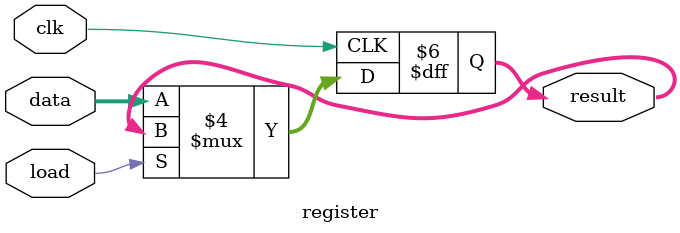
<source format=v>

module register (
	clk,		// Clock input
	load,		// Load line (active low)
	data,		// Input data
	result		// Register output
  );

  input		clk;
  input		load;
  input  [3:0] 	data;
  output [3:0] 	result;

  // All the input ports should be wires   
  wire clk;
  wire load;
  wire [3:0] data;

  // Output is a register, obviously
  reg [3:0] result;
  initial result= 0;

  always @(posedge clk) begin
    if (load==0)
      result <= data;
  end

endmodule

</source>
